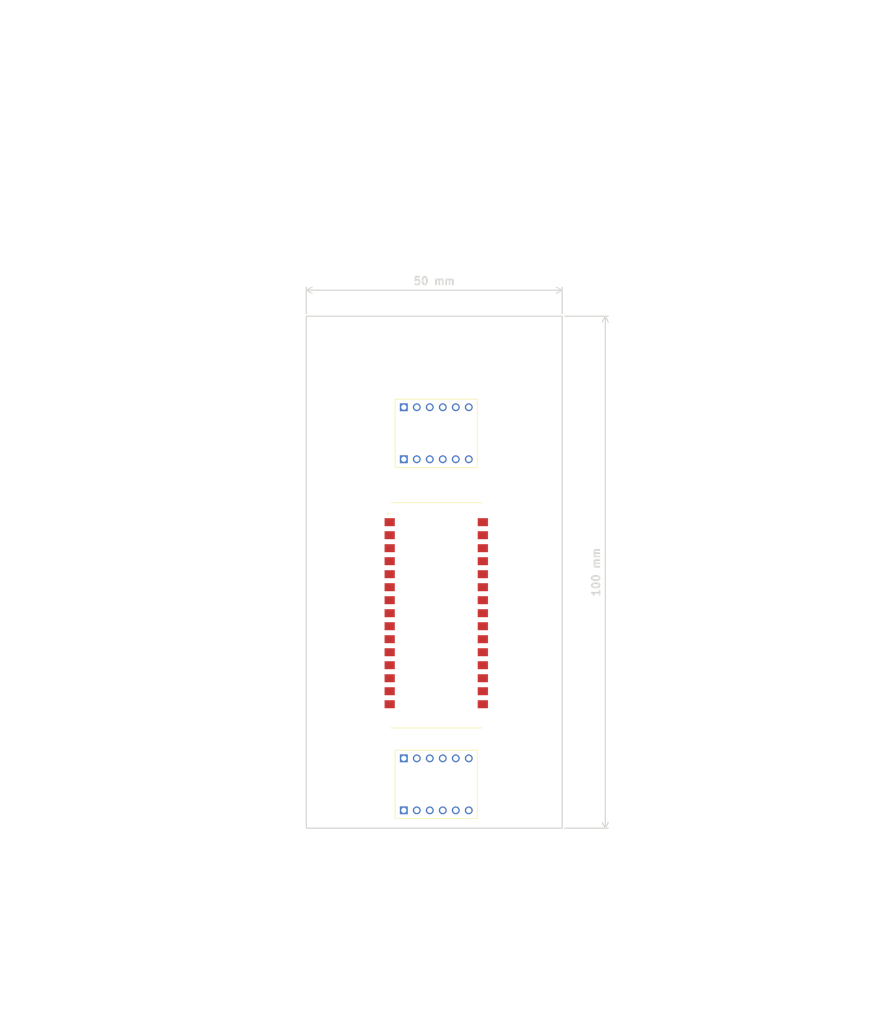
<source format=kicad_pcb>
(kicad_pcb (version 20211014) (generator pcbnew)
  (title_block (title "Physical Layout Self Driving Car") (date "2023-08-08") (rev "v1.0") (comment 2 "EEE3099S") (comment 3 "University of Cape Town") (comment 4 "Friso Vijverberg"))
  (layers (0 "F.Cu" signal) (31 "B.Cu" signal) (34 "B.Paste" user) (35 "F.Paste" user) (36 "B.SilkS" user "B.Silkscreen") (37 "F.SilkS" user "F.Silkscreen") (38 "B.Mask" user) (39 "F.Mask" user) (44 "Edge.Cuts" user))
  (net 0 "")
  (footprint "BOB-12009:CONV_BOB-12009" (layer "F.Cu") (at 101.6 127 90)
    (fp_text reference "REF**" hide)
    (fp_text value "CONV_BOB-12009" hide)
    (fp_line (start 6.665 -8.025) (end 6.665 8.025) (layer "F.SilkS") (width 0.127))
    (fp_line (start 6.665 8.025) (end -6.665 8.025) (layer "F.SilkS") (width 0.127))
    (fp_line (start -6.665 -8.025) (end 6.665 -8.025) (layer "F.SilkS") (width 0.127))
    (fp_line (start -6.665 8.025) (end -6.665 -8.025) (layer "F.SilkS") (width 0.127))
    (pad "GND_1" thru_hole circle locked (at 5.08 1.27 90) (size 1.524 1.524) (drill 1.016) (layers *.Cu *.Mask))
    (pad "GND_2" thru_hole circle locked (at -5.08 1.27 90) (size 1.524 1.524) (drill 1.016) (layers *.Cu *.Mask))
    (pad "HV" thru_hole circle locked (at 5.08 -1.27 90) (size 1.524 1.524) (drill 1.016) (layers *.Cu *.Mask))
    (pad "HV1" thru_hole rect locked (at 5.08 -6.35 90) (size 1.524 1.524) (drill 1.016) (layers *.Cu *.Mask))
    (pad "HV2" thru_hole circle locked (at 5.08 -3.81 90) (size 1.524 1.524) (drill 1.016) (layers *.Cu *.Mask))
    (pad "HV3" thru_hole circle locked (at 5.08 3.81 90) (size 1.524 1.524) (drill 1.016) (layers *.Cu *.Mask))
    (pad "HV4" thru_hole circle locked (at 5.08 6.35 90) (size 1.524 1.524) (drill 1.016) (layers *.Cu *.Mask))
    (pad "LV" thru_hole circle locked (at -5.08 -1.27 90) (size 1.524 1.524) (drill 1.016) (layers *.Cu *.Mask))
    (pad "LV1" thru_hole rect locked (at -5.08 -6.35 90) (size 1.524 1.524) (drill 1.016) (layers *.Cu *.Mask))
    (pad "LV2" thru_hole circle locked (at -5.08 -3.81 90) (size 1.524 1.524) (drill 1.016) (layers *.Cu *.Mask))
    (pad "LV3" thru_hole circle locked (at -5.08 3.81 90) (size 1.524 1.524) (drill 1.016) (layers *.Cu *.Mask))
    (pad "LV4" thru_hole circle locked (at -5.08 6.35 90) (size 1.524 1.524) (drill 1.016) (layers *.Cu *.Mask))
  )
  (footprint "ABX00027:MODULE_ABX00027" (layer "F.Cu") (at 101.6 162.56 -90)
    (fp_text reference "REF**" hide)
    (fp_text value "MODULE_ABX00027" hide)
    (fp_line (start -22 -8.89) (end -22 8.89) (layer "F.SilkS") (width 0.127))
    (fp_line (start 22 8.89) (end 22 -8.89) (layer "F.SilkS") (width 0.127))
    (fp_circle (center -19.83 9.4) (end -19.73 9.4) (layer "F.SilkS") (width 0.2) (fill none))
    (pad "" np_thru_hole circle locked (at -20.73 7.62 270) (size 1.651 1.651) (drill 1.651) (layers *.Cu *.Mask))
    (pad "" np_thru_hole circle locked (at 19.91 7.62 270) (size 1.651 1.651) (drill 1.651) (layers F&B.Cu *.Mask))
    (pad "" np_thru_hole circle locked (at 19.91 -7.62 270) (size 1.651 1.651) (drill 1.651) (layers *.Cu *.Mask))
    (pad "" np_thru_hole circle locked (at -20.73 -7.62 270) (size 1.651 1.651) (drill 1.651) (layers *.Cu *.Mask))
    (pad "1" smd rect locked (at -18.19 9.1 270) (size 1.56 2) (layers "F.Cu" "F.Paste" "F.Mask"))
    (pad "2" smd rect locked (at -15.65 9.1 270) (size 1.56 2) (layers "F.Cu" "F.Paste" "F.Mask"))
    (pad "3" smd rect locked (at -13.11 9.1 270) (size 1.56 2) (layers "F.Cu" "F.Paste" "F.Mask"))
    (pad "4" smd rect locked (at -10.57 9.1 270) (size 1.56 2) (layers "F.Cu" "F.Paste" "F.Mask"))
    (pad "5" smd rect locked (at -8.03 9.1 270) (size 1.56 2) (layers "F.Cu" "F.Paste" "F.Mask"))
    (pad "6" smd rect locked (at -5.49 9.1 270) (size 1.56 2) (layers "F.Cu" "F.Paste" "F.Mask"))
    (pad "7" smd rect locked (at -2.95 9.1 270) (size 1.56 2) (layers "F.Cu" "F.Paste" "F.Mask"))
    (pad "8" smd rect locked (at -0.41 9.1 270) (size 1.56 2) (layers "F.Cu" "F.Paste" "F.Mask"))
    (pad "9" smd rect locked (at 2.13 9.1 270) (size 1.56 2) (layers "F.Cu" "F.Paste" "F.Mask"))
    (pad "10" smd rect locked (at 4.67 9.1 270) (size 1.56 2) (layers "F.Cu" "F.Paste" "F.Mask"))
    (pad "11" smd rect locked (at 7.21 9.1 270) (size 1.56 2) (layers "F.Cu" "F.Paste" "F.Mask"))
    (pad "12" smd rect locked (at 9.75 9.1 270) (size 1.56 2) (layers "F.Cu" "F.Paste" "F.Mask"))
    (pad "13" smd rect locked (at 12.29 9.1 270) (size 1.56 2) (layers "F.Cu" "F.Paste" "F.Mask"))
    (pad "14" smd rect locked (at 14.83 9.1 270) (size 1.56 2) (layers "F.Cu" "F.Paste" "F.Mask"))
    (pad "15" smd rect locked (at 17.37 9.1 270) (size 1.56 2) (layers "F.Cu" "F.Paste" "F.Mask"))
    (pad "16" smd rect locked (at 17.37 -9.1 90) (size 1.56 2) (layers "F.Cu" "F.Paste" "F.Mask"))
    (pad "17" smd rect locked (at 14.83 -9.1 90) (size 1.56 2) (layers "F.Cu" "F.Paste" "F.Mask"))
    (pad "18" smd rect locked (at 12.29 -9.1 90) (size 1.56 2) (layers "F.Cu" "F.Paste" "F.Mask"))
    (pad "19" smd rect locked (at 9.75 -9.1 90) (size 1.56 2) (layers "F.Cu" "F.Paste" "F.Mask"))
    (pad "20" smd rect locked (at 7.21 -9.1 90) (size 1.56 2) (layers "F.Cu" "F.Paste" "F.Mask"))
    (pad "21" smd rect locked (at 4.67 -9.1 90) (size 1.56 2) (layers "F.Cu" "F.Paste" "F.Mask"))
    (pad "22" smd rect locked (at 2.13 -9.1 90) (size 1.56 2) (layers "F.Cu" "F.Paste" "F.Mask"))
    (pad "23" smd rect locked (at -0.41 -9.1 90) (size 1.56 2) (layers "F.Cu" "F.Paste" "F.Mask"))
    (pad "24" smd rect locked (at -2.95 -9.1 90) (size 1.56 2) (layers "F.Cu" "F.Paste" "F.Mask"))
    (pad "25" smd rect locked (at -5.49 -9.1 90) (size 1.56 2) (layers "F.Cu" "F.Paste" "F.Mask"))
    (pad "26" smd rect locked (at -8.03 -9.1 90) (size 1.56 2) (layers "F.Cu" "F.Paste" "F.Mask"))
    (pad "27" smd rect locked (at -10.57 -9.1 90) (size 1.56 2) (layers "F.Cu" "F.Paste" "F.Mask"))
    (pad "28" smd rect locked (at -13.11 -9.1 90) (size 1.56 2) (layers "F.Cu" "F.Paste" "F.Mask"))
    (pad "29" smd rect locked (at -15.65 -9.1 90) (size 1.56 2) (layers "F.Cu" "F.Paste" "F.Mask"))
    (pad "30" smd rect locked (at -18.19 -9.1 90) (size 1.56 2) (layers "F.Cu" "F.Paste" "F.Mask"))
  )
  (footprint "BOB-12009:CONV_BOB-12009" (layer "F.Cu") (at 101.6 195.58 90)
    (fp_text reference "REF**" hide)
    (fp_text value "CONV_BOB-12009" hide)
    (fp_line (start 6.665 -8.025) (end 6.665 8.025) (layer "F.SilkS") (width 0.127))
    (fp_line (start -6.665 8.025) (end -6.665 -8.025) (layer "F.SilkS") (width 0.127))
    (fp_line (start 6.665 8.025) (end -6.665 8.025) (layer "F.SilkS") (width 0.127))
    (fp_line (start -6.665 -8.025) (end 6.665 -8.025) (layer "F.SilkS") (width 0.127))
    (pad "GND_1" thru_hole circle locked (at 5.08 1.27 90) (size 1.524 1.524) (drill 1.016) (layers *.Cu *.Mask))
    (pad "GND_2" thru_hole circle locked (at -5.08 1.27 90) (size 1.524 1.524) (drill 1.016) (layers *.Cu *.Mask))
    (pad "HV" thru_hole circle locked (at 5.08 -1.27 90) (size 1.524 1.524) (drill 1.016) (layers *.Cu *.Mask))
    (pad "HV1" thru_hole rect locked (at 5.08 -6.35 90) (size 1.524 1.524) (drill 1.016) (layers *.Cu *.Mask))
    (pad "HV2" thru_hole circle locked (at 5.08 -3.81 90) (size 1.524 1.524) (drill 1.016) (layers *.Cu *.Mask))
    (pad "HV3" thru_hole circle locked (at 5.08 3.81 90) (size 1.524 1.524) (drill 1.016) (layers *.Cu *.Mask))
    (pad "HV4" thru_hole circle locked (at 5.08 6.35 90) (size 1.524 1.524) (drill 1.016) (layers *.Cu *.Mask))
    (pad "LV" thru_hole circle locked (at -5.08 -1.27 90) (size 1.524 1.524) (drill 1.016) (layers *.Cu *.Mask))
    (pad "LV1" thru_hole rect locked (at -5.08 -6.35 90) (size 1.524 1.524) (drill 1.016) (layers *.Cu *.Mask))
    (pad "LV2" thru_hole circle locked (at -5.08 -3.81 90) (size 1.524 1.524) (drill 1.016) (layers *.Cu *.Mask))
    (pad "LV3" thru_hole circle locked (at -5.08 3.81 90) (size 1.524 1.524) (drill 1.016) (layers *.Cu *.Mask))
    (pad "LV4" thru_hole circle locked (at -5.08 6.35 90) (size 1.524 1.524) (drill 1.016) (layers *.Cu *.Mask))
  )
  (gr_rect (start 76.2 104.14) (end 126.2 204.14) (layer "Edge.Cuts") (width 0.2) (fill none))
  (dimension (type aligned) (layer "Edge.Cuts") (pts (xy 126.2 104.14) (xy 126.2 204.14)) (height -8.42) (gr_text "100 mm" (at 132.82 154.14 90) (layer "Edge.Cuts") (effects (font (size 1.5 1.5) (thickness 0.3)))) (format (units 3) (units_format 1) (precision 4) suppress_zeroes) (style (thickness 0.2) (arrow_length 1.27) (text_position_mode 0) (extension_height 0.58642) (extension_offset 0.5) keep_text_aligned))
  (dimension (type aligned) (layer "Edge.Cuts") (pts (xy 76.2 104.14) (xy 126.2 104.14)) (height -5.08) (gr_text "50 mm" (at 101.2 97.26) (layer "Edge.Cuts") (effects (font (size 1.5 1.5) (thickness 0.3)))) (format (units 3) (units_format 1) (precision 0)) (style (thickness 0.2) (arrow_length 1.27) (text_position_mode 0) (extension_height 0.58642) (extension_offset 0.5) keep_text_aligned))
)
</source>
